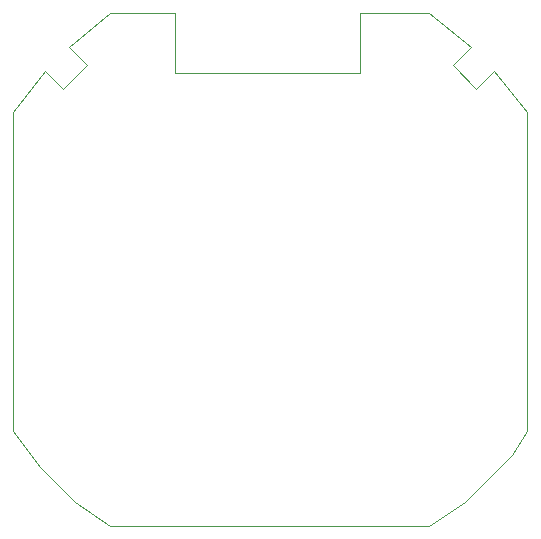
<source format=gm1>
%TF.GenerationSoftware,KiCad,Pcbnew,no-vcs-found-6573a43~60~ubuntu16.04.1*%
%TF.CreationDate,2017-10-02T18:36:49+03:00*%
%TF.ProjectId,livolo_2_channels_1way_eu_switch,6C69766F6C6F5F325F6368616E6E656C,rev?*%
%TF.SameCoordinates,Original*%
%TF.FileFunction,Profile,NP*%
%FSLAX46Y46*%
G04 Gerber Fmt 4.6, Leading zero omitted, Abs format (unit mm)*
G04 Created by KiCad (PCBNEW no-vcs-found-6573a43~60~ubuntu16.04.1) date Mon Oct  2 18:36:49 2017*
%MOMM*%
%LPD*%
G01*
G04 APERTURE LIST*
%ADD10C,0.100000*%
G04 APERTURE END LIST*
D10*
X134400000Y-75300980D02*
X150000000Y-75300980D01*
X150000000Y-75300980D02*
X150000000Y-70200000D01*
X134400000Y-75300980D02*
X134400000Y-70200000D01*
X150000000Y-70200000D02*
X155900000Y-70200000D01*
X158900640Y-111602340D02*
X162910000Y-107590000D01*
X157899880Y-74602160D02*
X159898860Y-76601140D01*
X125898420Y-111602340D02*
X128900700Y-113601320D01*
X164200000Y-105600320D02*
X164200000Y-78600120D01*
X126899180Y-74602160D02*
X125400580Y-73101020D01*
X155900000Y-70200000D02*
X159398480Y-73101020D01*
X162910000Y-107590000D02*
X164200000Y-105600000D01*
X120700000Y-105600320D02*
X120700000Y-78600120D01*
X123399060Y-75100000D02*
X124900200Y-76601140D01*
X124900200Y-76601140D02*
X126899180Y-74602160D01*
X125400580Y-73101020D02*
X128900000Y-70200000D01*
X128900000Y-70200000D02*
X134400000Y-70200000D01*
X159898860Y-76601140D02*
X161400000Y-75100000D01*
X122940000Y-108610000D02*
X125898420Y-111602340D01*
X155898360Y-113601320D02*
X158900640Y-111602340D01*
X128900700Y-113601320D02*
X155898360Y-113601320D01*
X120700000Y-105600000D02*
X122940000Y-108610000D01*
X159398480Y-73101020D02*
X157899880Y-74602160D01*
X120700000Y-78600000D02*
X123399060Y-75100000D01*
X161400000Y-75100000D02*
X164200000Y-78600000D01*
M02*

</source>
